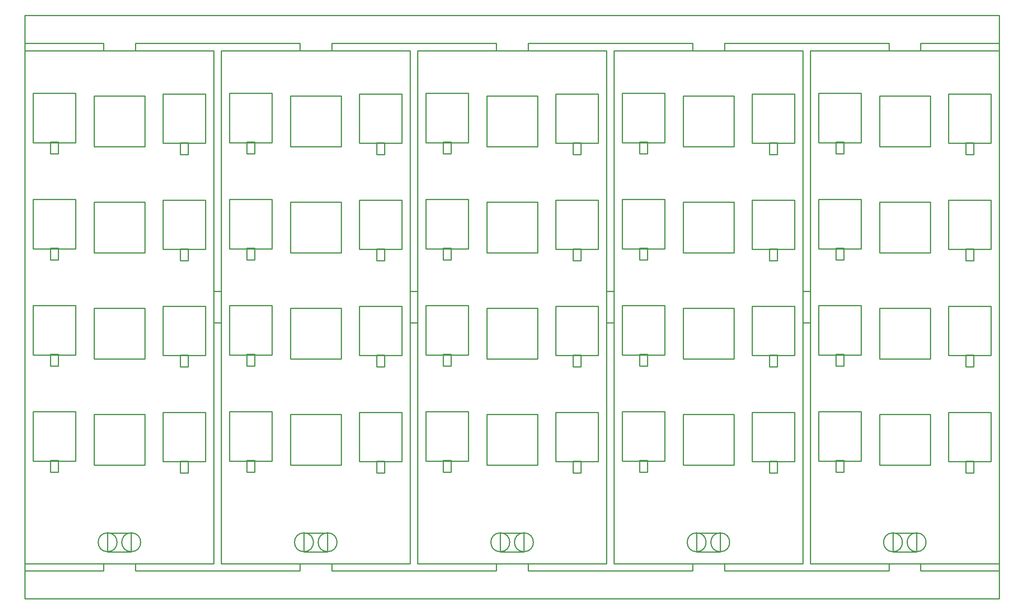
<source format=gko>
G04 Layer: BoardOutlineLayer*
G04 EasyEDA v6.5.29, 2023-07-19 21:52:00*
G04 a52da41988e34a0299b0951248bc5a60,5a6b42c53f6a479593ecc07194224c93,10*
G04 Gerber Generator version 0.2*
G04 Scale: 100 percent, Rotated: No, Reflected: No *
G04 Dimensions in millimeters *
G04 leading zeros omitted , absolute positions ,4 integer and 5 decimal *
%FSLAX45Y45*%
%MOMM*%

%ADD10C,0.2540*%
D10*
X0Y11938000D02*
G01*
X4064000Y11938000D01*
X4064000Y889000D01*
X0Y889000D01*
X0Y11938000D01*
G75*
G01*
X2286000Y1143000D02*
G02*
X2286000Y1549400I0J203200D01*
G75*
G01*
X2286000Y1549400D02*
G02*
X2286000Y1143000I0J-203200D01*
X2286000Y1143000D02*
G01*
X2286000Y1143000D01*
X1778000Y1143000D02*
G01*
X2286000Y1143000D01*
X2286000Y1143000D02*
G01*
X2286000Y1549400D01*
X2286000Y1549400D02*
G01*
X1778000Y1549400D01*
X1778000Y1549400D02*
G01*
X1778000Y1143000D01*
G75*
G01*
X1778000Y1143000D02*
G02*
X1778000Y1549400I0J203200D01*
G75*
G01*
X1778000Y1549400D02*
G02*
X1778000Y1143000I0J-203200D01*
X1778000Y1143000D02*
G01*
X1778000Y1143000D01*
X1485900Y4102100D02*
G01*
X1485900Y3009900D01*
X1485900Y3009900D02*
G01*
X2578100Y3009900D01*
X2578100Y3009900D02*
G01*
X2578100Y4102100D01*
X2578100Y4102100D02*
G01*
X1485900Y4102100D01*
X1485900Y8674100D02*
G01*
X1485900Y7581900D01*
X1485900Y7581900D02*
G01*
X2578100Y7581900D01*
X2578100Y7581900D02*
G01*
X2578100Y8674100D01*
X2578100Y8674100D02*
G01*
X1485900Y8674100D01*
X1485900Y6388100D02*
G01*
X1485900Y5295900D01*
X1485900Y5295900D02*
G01*
X2578100Y5295900D01*
X2578100Y5295900D02*
G01*
X2578100Y6388100D01*
X2578100Y6388100D02*
G01*
X1485900Y6388100D01*
X1485900Y10960100D02*
G01*
X1485900Y9867900D01*
X1485900Y9867900D02*
G01*
X2578100Y9867900D01*
X2578100Y9867900D02*
G01*
X2578100Y10960100D01*
X2578100Y10960100D02*
G01*
X1485900Y10960100D01*
X3340100Y9956800D02*
G01*
X3340100Y9702800D01*
X3340100Y9702800D02*
G01*
X3511550Y9702800D01*
X3511550Y9702800D02*
G01*
X3511550Y9956800D01*
X3511550Y9956800D02*
G01*
X3340100Y9956800D01*
X2971800Y11004550D02*
G01*
X2971800Y9944100D01*
X2971800Y9944100D02*
G01*
X3886200Y9944100D01*
X3886200Y9944100D02*
G01*
X3886200Y11004550D01*
X3886200Y11004550D02*
G01*
X2971800Y11004550D01*
X177800Y11017250D02*
G01*
X177800Y9956800D01*
X177800Y9956800D02*
G01*
X1092200Y9956800D01*
X1092200Y9956800D02*
G01*
X1092200Y11017250D01*
X1092200Y11017250D02*
G01*
X177800Y11017250D01*
X546100Y9969500D02*
G01*
X546100Y9715500D01*
X546100Y9715500D02*
G01*
X717550Y9715500D01*
X717550Y9715500D02*
G01*
X717550Y9969500D01*
X717550Y9969500D02*
G01*
X546100Y9969500D01*
X2971800Y8718550D02*
G01*
X2971800Y7658100D01*
X2971800Y7658100D02*
G01*
X3886200Y7658100D01*
X3886200Y7658100D02*
G01*
X3886200Y8718550D01*
X3886200Y8718550D02*
G01*
X2971800Y8718550D01*
X3340100Y7670800D02*
G01*
X3340100Y7416800D01*
X3340100Y7416800D02*
G01*
X3511550Y7416800D01*
X3511550Y7416800D02*
G01*
X3511550Y7670800D01*
X3511550Y7670800D02*
G01*
X3340100Y7670800D01*
X177800Y8731250D02*
G01*
X177800Y7670800D01*
X177800Y7670800D02*
G01*
X1092200Y7670800D01*
X1092200Y7670800D02*
G01*
X1092200Y8731250D01*
X1092200Y8731250D02*
G01*
X177800Y8731250D01*
X546100Y7683500D02*
G01*
X546100Y7429500D01*
X546100Y7429500D02*
G01*
X717550Y7429500D01*
X717550Y7429500D02*
G01*
X717550Y7683500D01*
X717550Y7683500D02*
G01*
X546100Y7683500D01*
X177800Y6445250D02*
G01*
X177800Y5384800D01*
X177800Y5384800D02*
G01*
X1092200Y5384800D01*
X1092200Y5384800D02*
G01*
X1092200Y6445250D01*
X1092200Y6445250D02*
G01*
X177800Y6445250D01*
X546100Y5397500D02*
G01*
X546100Y5143500D01*
X546100Y5143500D02*
G01*
X717550Y5143500D01*
X717550Y5143500D02*
G01*
X717550Y5397500D01*
X717550Y5397500D02*
G01*
X546100Y5397500D01*
X2971800Y6432550D02*
G01*
X2971800Y5372100D01*
X2971800Y5372100D02*
G01*
X3886200Y5372100D01*
X3886200Y5372100D02*
G01*
X3886200Y6432550D01*
X3886200Y6432550D02*
G01*
X2971800Y6432550D01*
X3340100Y5384800D02*
G01*
X3340100Y5130800D01*
X3340100Y5130800D02*
G01*
X3511550Y5130800D01*
X3511550Y5130800D02*
G01*
X3511550Y5384800D01*
X3511550Y5384800D02*
G01*
X3340100Y5384800D01*
X177800Y4159250D02*
G01*
X177800Y3098800D01*
X177800Y3098800D02*
G01*
X1092200Y3098800D01*
X1092200Y3098800D02*
G01*
X1092200Y4159250D01*
X1092200Y4159250D02*
G01*
X177800Y4159250D01*
X546100Y3111500D02*
G01*
X546100Y2857500D01*
X546100Y2857500D02*
G01*
X717550Y2857500D01*
X717550Y2857500D02*
G01*
X717550Y3111500D01*
X717550Y3111500D02*
G01*
X546100Y3111500D01*
X2971800Y4146550D02*
G01*
X2971800Y3086100D01*
X2971800Y3086100D02*
G01*
X3886200Y3086100D01*
X3886200Y3086100D02*
G01*
X3886200Y4146550D01*
X3886200Y4146550D02*
G01*
X2971800Y4146550D01*
X3340100Y3098800D02*
G01*
X3340100Y2844800D01*
X3340100Y2844800D02*
G01*
X3511550Y2844800D01*
X3511550Y2844800D02*
G01*
X3511550Y3098800D01*
X3511550Y3098800D02*
G01*
X3340100Y3098800D01*
X4223999Y11938000D02*
G01*
X8287999Y11938000D01*
X8287999Y889000D01*
X4223999Y889000D01*
X4223999Y11938000D01*
G75*
G01*
X6510000Y1143000D02*
G02*
X6510000Y1549400I0J203200D01*
G75*
G01*
X6510000Y1549400D02*
G02*
X6510000Y1143000I0J-203200D01*
X6509999Y1143000D02*
G01*
X6509999Y1143000D01*
X6001999Y1143000D02*
G01*
X6509999Y1143000D01*
X6509999Y1143000D02*
G01*
X6509999Y1549400D01*
X6509999Y1549400D02*
G01*
X6001999Y1549400D01*
X6001999Y1549400D02*
G01*
X6001999Y1143000D01*
G75*
G01*
X6002000Y1143000D02*
G02*
X6002000Y1549400I0J203200D01*
G75*
G01*
X6002000Y1549400D02*
G02*
X6002000Y1143000I0J-203200D01*
X6001999Y1143000D02*
G01*
X6001999Y1143000D01*
X5709899Y4102100D02*
G01*
X5709899Y3009900D01*
X5709899Y3009900D02*
G01*
X6802099Y3009900D01*
X6802099Y3009900D02*
G01*
X6802099Y4102100D01*
X6802099Y4102100D02*
G01*
X5709899Y4102100D01*
X5709899Y8674100D02*
G01*
X5709899Y7581900D01*
X5709899Y7581900D02*
G01*
X6802099Y7581900D01*
X6802099Y7581900D02*
G01*
X6802099Y8674100D01*
X6802099Y8674100D02*
G01*
X5709899Y8674100D01*
X5709899Y6388100D02*
G01*
X5709899Y5295900D01*
X5709899Y5295900D02*
G01*
X6802099Y5295900D01*
X6802099Y5295900D02*
G01*
X6802099Y6388100D01*
X6802099Y6388100D02*
G01*
X5709899Y6388100D01*
X5709899Y10960100D02*
G01*
X5709899Y9867900D01*
X5709899Y9867900D02*
G01*
X6802099Y9867900D01*
X6802099Y9867900D02*
G01*
X6802099Y10960100D01*
X6802099Y10960100D02*
G01*
X5709899Y10960100D01*
X7564099Y9956800D02*
G01*
X7564099Y9702800D01*
X7564099Y9702800D02*
G01*
X7735549Y9702800D01*
X7735549Y9702800D02*
G01*
X7735549Y9956800D01*
X7735549Y9956800D02*
G01*
X7564099Y9956800D01*
X7195799Y11004550D02*
G01*
X7195799Y9944100D01*
X7195799Y9944100D02*
G01*
X8110199Y9944100D01*
X8110199Y9944100D02*
G01*
X8110199Y11004550D01*
X8110199Y11004550D02*
G01*
X7195799Y11004550D01*
X4401799Y11017250D02*
G01*
X4401799Y9956800D01*
X4401799Y9956800D02*
G01*
X5316199Y9956800D01*
X5316199Y9956800D02*
G01*
X5316199Y11017250D01*
X5316199Y11017250D02*
G01*
X4401799Y11017250D01*
X4770099Y9969500D02*
G01*
X4770099Y9715500D01*
X4770099Y9715500D02*
G01*
X4941549Y9715500D01*
X4941549Y9715500D02*
G01*
X4941549Y9969500D01*
X4941549Y9969500D02*
G01*
X4770099Y9969500D01*
X7195799Y8718550D02*
G01*
X7195799Y7658100D01*
X7195799Y7658100D02*
G01*
X8110199Y7658100D01*
X8110199Y7658100D02*
G01*
X8110199Y8718550D01*
X8110199Y8718550D02*
G01*
X7195799Y8718550D01*
X7564099Y7670800D02*
G01*
X7564099Y7416800D01*
X7564099Y7416800D02*
G01*
X7735549Y7416800D01*
X7735549Y7416800D02*
G01*
X7735549Y7670800D01*
X7735549Y7670800D02*
G01*
X7564099Y7670800D01*
X4401799Y8731250D02*
G01*
X4401799Y7670800D01*
X4401799Y7670800D02*
G01*
X5316199Y7670800D01*
X5316199Y7670800D02*
G01*
X5316199Y8731250D01*
X5316199Y8731250D02*
G01*
X4401799Y8731250D01*
X4770099Y7683500D02*
G01*
X4770099Y7429500D01*
X4770099Y7429500D02*
G01*
X4941549Y7429500D01*
X4941549Y7429500D02*
G01*
X4941549Y7683500D01*
X4941549Y7683500D02*
G01*
X4770099Y7683500D01*
X4401799Y6445250D02*
G01*
X4401799Y5384800D01*
X4401799Y5384800D02*
G01*
X5316199Y5384800D01*
X5316199Y5384800D02*
G01*
X5316199Y6445250D01*
X5316199Y6445250D02*
G01*
X4401799Y6445250D01*
X4770099Y5397500D02*
G01*
X4770099Y5143500D01*
X4770099Y5143500D02*
G01*
X4941549Y5143500D01*
X4941549Y5143500D02*
G01*
X4941549Y5397500D01*
X4941549Y5397500D02*
G01*
X4770099Y5397500D01*
X7195799Y6432550D02*
G01*
X7195799Y5372100D01*
X7195799Y5372100D02*
G01*
X8110199Y5372100D01*
X8110199Y5372100D02*
G01*
X8110199Y6432550D01*
X8110199Y6432550D02*
G01*
X7195799Y6432550D01*
X7564099Y5384800D02*
G01*
X7564099Y5130800D01*
X7564099Y5130800D02*
G01*
X7735549Y5130800D01*
X7735549Y5130800D02*
G01*
X7735549Y5384800D01*
X7735549Y5384800D02*
G01*
X7564099Y5384800D01*
X4401799Y4159250D02*
G01*
X4401799Y3098800D01*
X4401799Y3098800D02*
G01*
X5316199Y3098800D01*
X5316199Y3098800D02*
G01*
X5316199Y4159250D01*
X5316199Y4159250D02*
G01*
X4401799Y4159250D01*
X4770099Y3111500D02*
G01*
X4770099Y2857500D01*
X4770099Y2857500D02*
G01*
X4941549Y2857500D01*
X4941549Y2857500D02*
G01*
X4941549Y3111500D01*
X4941549Y3111500D02*
G01*
X4770099Y3111500D01*
X7195799Y4146550D02*
G01*
X7195799Y3086100D01*
X7195799Y3086100D02*
G01*
X8110199Y3086100D01*
X8110199Y3086100D02*
G01*
X8110199Y4146550D01*
X8110199Y4146550D02*
G01*
X7195799Y4146550D01*
X7564099Y3098800D02*
G01*
X7564099Y2844800D01*
X7564099Y2844800D02*
G01*
X7735549Y2844800D01*
X7735549Y2844800D02*
G01*
X7735549Y3098800D01*
X7735549Y3098800D02*
G01*
X7564099Y3098800D01*
X8447999Y11938000D02*
G01*
X12511999Y11938000D01*
X12511999Y889000D01*
X8447999Y889000D01*
X8447999Y11938000D01*
G75*
G01*
X10733999Y1143000D02*
G02*
X10733999Y1549400I0J203200D01*
G75*
G01*
X10733999Y1549400D02*
G02*
X10733999Y1143000I0J-203200D01*
X10733999Y1143000D02*
G01*
X10733999Y1143000D01*
X10225999Y1143000D02*
G01*
X10733999Y1143000D01*
X10733999Y1143000D02*
G01*
X10733999Y1549400D01*
X10733999Y1549400D02*
G01*
X10225999Y1549400D01*
X10225999Y1549400D02*
G01*
X10225999Y1143000D01*
G75*
G01*
X10225999Y1143000D02*
G02*
X10225999Y1549400I0J203200D01*
G75*
G01*
X10225999Y1549400D02*
G02*
X10225999Y1143000I0J-203200D01*
X10225999Y1143000D02*
G01*
X10225999Y1143000D01*
X9933899Y4102100D02*
G01*
X9933899Y3009900D01*
X9933899Y3009900D02*
G01*
X11026099Y3009900D01*
X11026099Y3009900D02*
G01*
X11026099Y4102100D01*
X11026099Y4102100D02*
G01*
X9933899Y4102100D01*
X9933899Y8674100D02*
G01*
X9933899Y7581900D01*
X9933899Y7581900D02*
G01*
X11026099Y7581900D01*
X11026099Y7581900D02*
G01*
X11026099Y8674100D01*
X11026099Y8674100D02*
G01*
X9933899Y8674100D01*
X9933899Y6388100D02*
G01*
X9933899Y5295900D01*
X9933899Y5295900D02*
G01*
X11026099Y5295900D01*
X11026099Y5295900D02*
G01*
X11026099Y6388100D01*
X11026099Y6388100D02*
G01*
X9933899Y6388100D01*
X9933899Y10960100D02*
G01*
X9933899Y9867900D01*
X9933899Y9867900D02*
G01*
X11026099Y9867900D01*
X11026099Y9867900D02*
G01*
X11026099Y10960100D01*
X11026099Y10960100D02*
G01*
X9933899Y10960100D01*
X11788099Y9956800D02*
G01*
X11788099Y9702800D01*
X11788099Y9702800D02*
G01*
X11959549Y9702800D01*
X11959549Y9702800D02*
G01*
X11959549Y9956800D01*
X11959549Y9956800D02*
G01*
X11788099Y9956800D01*
X11419799Y11004550D02*
G01*
X11419799Y9944100D01*
X11419799Y9944100D02*
G01*
X12334199Y9944100D01*
X12334199Y9944100D02*
G01*
X12334199Y11004550D01*
X12334199Y11004550D02*
G01*
X11419799Y11004550D01*
X8625799Y11017250D02*
G01*
X8625799Y9956800D01*
X8625799Y9956800D02*
G01*
X9540199Y9956800D01*
X9540199Y9956800D02*
G01*
X9540199Y11017250D01*
X9540199Y11017250D02*
G01*
X8625799Y11017250D01*
X8994099Y9969500D02*
G01*
X8994099Y9715500D01*
X8994099Y9715500D02*
G01*
X9165549Y9715500D01*
X9165549Y9715500D02*
G01*
X9165549Y9969500D01*
X9165549Y9969500D02*
G01*
X8994099Y9969500D01*
X11419799Y8718550D02*
G01*
X11419799Y7658100D01*
X11419799Y7658100D02*
G01*
X12334199Y7658100D01*
X12334199Y7658100D02*
G01*
X12334199Y8718550D01*
X12334199Y8718550D02*
G01*
X11419799Y8718550D01*
X11788099Y7670800D02*
G01*
X11788099Y7416800D01*
X11788099Y7416800D02*
G01*
X11959549Y7416800D01*
X11959549Y7416800D02*
G01*
X11959549Y7670800D01*
X11959549Y7670800D02*
G01*
X11788099Y7670800D01*
X8625799Y8731250D02*
G01*
X8625799Y7670800D01*
X8625799Y7670800D02*
G01*
X9540199Y7670800D01*
X9540199Y7670800D02*
G01*
X9540199Y8731250D01*
X9540199Y8731250D02*
G01*
X8625799Y8731250D01*
X8994099Y7683500D02*
G01*
X8994099Y7429500D01*
X8994099Y7429500D02*
G01*
X9165549Y7429500D01*
X9165549Y7429500D02*
G01*
X9165549Y7683500D01*
X9165549Y7683500D02*
G01*
X8994099Y7683500D01*
X8625799Y6445250D02*
G01*
X8625799Y5384800D01*
X8625799Y5384800D02*
G01*
X9540199Y5384800D01*
X9540199Y5384800D02*
G01*
X9540199Y6445250D01*
X9540199Y6445250D02*
G01*
X8625799Y6445250D01*
X8994099Y5397500D02*
G01*
X8994099Y5143500D01*
X8994099Y5143500D02*
G01*
X9165549Y5143500D01*
X9165549Y5143500D02*
G01*
X9165549Y5397500D01*
X9165549Y5397500D02*
G01*
X8994099Y5397500D01*
X11419799Y6432550D02*
G01*
X11419799Y5372100D01*
X11419799Y5372100D02*
G01*
X12334199Y5372100D01*
X12334199Y5372100D02*
G01*
X12334199Y6432550D01*
X12334199Y6432550D02*
G01*
X11419799Y6432550D01*
X11788099Y5384800D02*
G01*
X11788099Y5130800D01*
X11788099Y5130800D02*
G01*
X11959549Y5130800D01*
X11959549Y5130800D02*
G01*
X11959549Y5384800D01*
X11959549Y5384800D02*
G01*
X11788099Y5384800D01*
X8625799Y4159250D02*
G01*
X8625799Y3098800D01*
X8625799Y3098800D02*
G01*
X9540199Y3098800D01*
X9540199Y3098800D02*
G01*
X9540199Y4159250D01*
X9540199Y4159250D02*
G01*
X8625799Y4159250D01*
X8994099Y3111500D02*
G01*
X8994099Y2857500D01*
X8994099Y2857500D02*
G01*
X9165549Y2857500D01*
X9165549Y2857500D02*
G01*
X9165549Y3111500D01*
X9165549Y3111500D02*
G01*
X8994099Y3111500D01*
X11419799Y4146550D02*
G01*
X11419799Y3086100D01*
X11419799Y3086100D02*
G01*
X12334199Y3086100D01*
X12334199Y3086100D02*
G01*
X12334199Y4146550D01*
X12334199Y4146550D02*
G01*
X11419799Y4146550D01*
X11788099Y3098800D02*
G01*
X11788099Y2844800D01*
X11788099Y2844800D02*
G01*
X11959549Y2844800D01*
X11959549Y2844800D02*
G01*
X11959549Y3098800D01*
X11959549Y3098800D02*
G01*
X11788099Y3098800D01*
X12671999Y11938000D02*
G01*
X16735999Y11938000D01*
X16735999Y889000D01*
X12671999Y889000D01*
X12671999Y11938000D01*
G75*
G01*
X14957999Y1143000D02*
G02*
X14957999Y1549400I0J203200D01*
G75*
G01*
X14957999Y1549400D02*
G02*
X14957999Y1143000I0J-203200D01*
X14957999Y1143000D02*
G01*
X14957999Y1143000D01*
X14449999Y1143000D02*
G01*
X14957999Y1143000D01*
X14957999Y1143000D02*
G01*
X14957999Y1549400D01*
X14957999Y1549400D02*
G01*
X14449999Y1549400D01*
X14449999Y1549400D02*
G01*
X14449999Y1143000D01*
G75*
G01*
X14449999Y1143000D02*
G02*
X14449999Y1549400I0J203200D01*
G75*
G01*
X14449999Y1549400D02*
G02*
X14449999Y1143000I0J-203200D01*
X14449999Y1143000D02*
G01*
X14449999Y1143000D01*
X14157899Y4102100D02*
G01*
X14157899Y3009900D01*
X14157899Y3009900D02*
G01*
X15250099Y3009900D01*
X15250099Y3009900D02*
G01*
X15250099Y4102100D01*
X15250099Y4102100D02*
G01*
X14157899Y4102100D01*
X14157899Y8674100D02*
G01*
X14157899Y7581900D01*
X14157899Y7581900D02*
G01*
X15250099Y7581900D01*
X15250099Y7581900D02*
G01*
X15250099Y8674100D01*
X15250099Y8674100D02*
G01*
X14157899Y8674100D01*
X14157899Y6388100D02*
G01*
X14157899Y5295900D01*
X14157899Y5295900D02*
G01*
X15250099Y5295900D01*
X15250099Y5295900D02*
G01*
X15250099Y6388100D01*
X15250099Y6388100D02*
G01*
X14157899Y6388100D01*
X14157899Y10960100D02*
G01*
X14157899Y9867900D01*
X14157899Y9867900D02*
G01*
X15250099Y9867900D01*
X15250099Y9867900D02*
G01*
X15250099Y10960100D01*
X15250099Y10960100D02*
G01*
X14157899Y10960100D01*
X16012099Y9956800D02*
G01*
X16012099Y9702800D01*
X16012099Y9702800D02*
G01*
X16183549Y9702800D01*
X16183549Y9702800D02*
G01*
X16183549Y9956800D01*
X16183549Y9956800D02*
G01*
X16012099Y9956800D01*
X15643799Y11004550D02*
G01*
X15643799Y9944100D01*
X15643799Y9944100D02*
G01*
X16558199Y9944100D01*
X16558199Y9944100D02*
G01*
X16558199Y11004550D01*
X16558199Y11004550D02*
G01*
X15643799Y11004550D01*
X12849799Y11017250D02*
G01*
X12849799Y9956800D01*
X12849799Y9956800D02*
G01*
X13764199Y9956800D01*
X13764199Y9956800D02*
G01*
X13764199Y11017250D01*
X13764199Y11017250D02*
G01*
X12849799Y11017250D01*
X13218099Y9969500D02*
G01*
X13218099Y9715500D01*
X13218099Y9715500D02*
G01*
X13389549Y9715500D01*
X13389549Y9715500D02*
G01*
X13389549Y9969500D01*
X13389549Y9969500D02*
G01*
X13218099Y9969500D01*
X15643799Y8718550D02*
G01*
X15643799Y7658100D01*
X15643799Y7658100D02*
G01*
X16558199Y7658100D01*
X16558199Y7658100D02*
G01*
X16558199Y8718550D01*
X16558199Y8718550D02*
G01*
X15643799Y8718550D01*
X16012099Y7670800D02*
G01*
X16012099Y7416800D01*
X16012099Y7416800D02*
G01*
X16183549Y7416800D01*
X16183549Y7416800D02*
G01*
X16183549Y7670800D01*
X16183549Y7670800D02*
G01*
X16012099Y7670800D01*
X12849799Y8731250D02*
G01*
X12849799Y7670800D01*
X12849799Y7670800D02*
G01*
X13764199Y7670800D01*
X13764199Y7670800D02*
G01*
X13764199Y8731250D01*
X13764199Y8731250D02*
G01*
X12849799Y8731250D01*
X13218099Y7683500D02*
G01*
X13218099Y7429500D01*
X13218099Y7429500D02*
G01*
X13389549Y7429500D01*
X13389549Y7429500D02*
G01*
X13389549Y7683500D01*
X13389549Y7683500D02*
G01*
X13218099Y7683500D01*
X12849799Y6445250D02*
G01*
X12849799Y5384800D01*
X12849799Y5384800D02*
G01*
X13764199Y5384800D01*
X13764199Y5384800D02*
G01*
X13764199Y6445250D01*
X13764199Y6445250D02*
G01*
X12849799Y6445250D01*
X13218099Y5397500D02*
G01*
X13218099Y5143500D01*
X13218099Y5143500D02*
G01*
X13389549Y5143500D01*
X13389549Y5143500D02*
G01*
X13389549Y5397500D01*
X13389549Y5397500D02*
G01*
X13218099Y5397500D01*
X15643799Y6432550D02*
G01*
X15643799Y5372100D01*
X15643799Y5372100D02*
G01*
X16558199Y5372100D01*
X16558199Y5372100D02*
G01*
X16558199Y6432550D01*
X16558199Y6432550D02*
G01*
X15643799Y6432550D01*
X16012099Y5384800D02*
G01*
X16012099Y5130800D01*
X16012099Y5130800D02*
G01*
X16183549Y5130800D01*
X16183549Y5130800D02*
G01*
X16183549Y5384800D01*
X16183549Y5384800D02*
G01*
X16012099Y5384800D01*
X12849799Y4159250D02*
G01*
X12849799Y3098800D01*
X12849799Y3098800D02*
G01*
X13764199Y3098800D01*
X13764199Y3098800D02*
G01*
X13764199Y4159250D01*
X13764199Y4159250D02*
G01*
X12849799Y4159250D01*
X13218099Y3111500D02*
G01*
X13218099Y2857500D01*
X13218099Y2857500D02*
G01*
X13389549Y2857500D01*
X13389549Y2857500D02*
G01*
X13389549Y3111500D01*
X13389549Y3111500D02*
G01*
X13218099Y3111500D01*
X15643799Y4146550D02*
G01*
X15643799Y3086100D01*
X15643799Y3086100D02*
G01*
X16558199Y3086100D01*
X16558199Y3086100D02*
G01*
X16558199Y4146550D01*
X16558199Y4146550D02*
G01*
X15643799Y4146550D01*
X16012099Y3098800D02*
G01*
X16012099Y2844800D01*
X16012099Y2844800D02*
G01*
X16183549Y2844800D01*
X16183549Y2844800D02*
G01*
X16183549Y3098800D01*
X16183549Y3098800D02*
G01*
X16012099Y3098800D01*
X16895998Y11938000D02*
G01*
X20959998Y11938000D01*
X20959998Y889000D01*
X16895998Y889000D01*
X16895998Y11938000D01*
G75*
G01*
X19181999Y1143000D02*
G02*
X19181999Y1549400I0J203200D01*
G75*
G01*
X19181999Y1549400D02*
G02*
X19181999Y1143000I0J-203200D01*
X19181998Y1143000D02*
G01*
X19181998Y1143000D01*
X18673998Y1143000D02*
G01*
X19181998Y1143000D01*
X19181998Y1143000D02*
G01*
X19181998Y1549400D01*
X19181998Y1549400D02*
G01*
X18673998Y1549400D01*
X18673998Y1549400D02*
G01*
X18673998Y1143000D01*
G75*
G01*
X18673999Y1143000D02*
G02*
X18673999Y1549400I0J203200D01*
G75*
G01*
X18673999Y1549400D02*
G02*
X18673999Y1143000I0J-203200D01*
X18673998Y1143000D02*
G01*
X18673998Y1143000D01*
X18381898Y4102100D02*
G01*
X18381898Y3009900D01*
X18381898Y3009900D02*
G01*
X19474098Y3009900D01*
X19474098Y3009900D02*
G01*
X19474098Y4102100D01*
X19474098Y4102100D02*
G01*
X18381898Y4102100D01*
X18381898Y8674100D02*
G01*
X18381898Y7581900D01*
X18381898Y7581900D02*
G01*
X19474098Y7581900D01*
X19474098Y7581900D02*
G01*
X19474098Y8674100D01*
X19474098Y8674100D02*
G01*
X18381898Y8674100D01*
X18381898Y6388100D02*
G01*
X18381898Y5295900D01*
X18381898Y5295900D02*
G01*
X19474098Y5295900D01*
X19474098Y5295900D02*
G01*
X19474098Y6388100D01*
X19474098Y6388100D02*
G01*
X18381898Y6388100D01*
X18381898Y10960100D02*
G01*
X18381898Y9867900D01*
X18381898Y9867900D02*
G01*
X19474098Y9867900D01*
X19474098Y9867900D02*
G01*
X19474098Y10960100D01*
X19474098Y10960100D02*
G01*
X18381898Y10960100D01*
X20236098Y9956800D02*
G01*
X20236098Y9702800D01*
X20236098Y9702800D02*
G01*
X20407548Y9702800D01*
X20407548Y9702800D02*
G01*
X20407548Y9956800D01*
X20407548Y9956800D02*
G01*
X20236098Y9956800D01*
X19867798Y11004550D02*
G01*
X19867798Y9944100D01*
X19867798Y9944100D02*
G01*
X20782198Y9944100D01*
X20782198Y9944100D02*
G01*
X20782198Y11004550D01*
X20782198Y11004550D02*
G01*
X19867798Y11004550D01*
X17073798Y11017250D02*
G01*
X17073798Y9956800D01*
X17073798Y9956800D02*
G01*
X17988198Y9956800D01*
X17988198Y9956800D02*
G01*
X17988198Y11017250D01*
X17988198Y11017250D02*
G01*
X17073798Y11017250D01*
X17442098Y9969500D02*
G01*
X17442098Y9715500D01*
X17442098Y9715500D02*
G01*
X17613548Y9715500D01*
X17613548Y9715500D02*
G01*
X17613548Y9969500D01*
X17613548Y9969500D02*
G01*
X17442098Y9969500D01*
X19867798Y8718550D02*
G01*
X19867798Y7658100D01*
X19867798Y7658100D02*
G01*
X20782198Y7658100D01*
X20782198Y7658100D02*
G01*
X20782198Y8718550D01*
X20782198Y8718550D02*
G01*
X19867798Y8718550D01*
X20236098Y7670800D02*
G01*
X20236098Y7416800D01*
X20236098Y7416800D02*
G01*
X20407548Y7416800D01*
X20407548Y7416800D02*
G01*
X20407548Y7670800D01*
X20407548Y7670800D02*
G01*
X20236098Y7670800D01*
X17073798Y8731250D02*
G01*
X17073798Y7670800D01*
X17073798Y7670800D02*
G01*
X17988198Y7670800D01*
X17988198Y7670800D02*
G01*
X17988198Y8731250D01*
X17988198Y8731250D02*
G01*
X17073798Y8731250D01*
X17442098Y7683500D02*
G01*
X17442098Y7429500D01*
X17442098Y7429500D02*
G01*
X17613548Y7429500D01*
X17613548Y7429500D02*
G01*
X17613548Y7683500D01*
X17613548Y7683500D02*
G01*
X17442098Y7683500D01*
X17073798Y6445250D02*
G01*
X17073798Y5384800D01*
X17073798Y5384800D02*
G01*
X17988198Y5384800D01*
X17988198Y5384800D02*
G01*
X17988198Y6445250D01*
X17988198Y6445250D02*
G01*
X17073798Y6445250D01*
X17442098Y5397500D02*
G01*
X17442098Y5143500D01*
X17442098Y5143500D02*
G01*
X17613548Y5143500D01*
X17613548Y5143500D02*
G01*
X17613548Y5397500D01*
X17613548Y5397500D02*
G01*
X17442098Y5397500D01*
X19867798Y6432550D02*
G01*
X19867798Y5372100D01*
X19867798Y5372100D02*
G01*
X20782198Y5372100D01*
X20782198Y5372100D02*
G01*
X20782198Y6432550D01*
X20782198Y6432550D02*
G01*
X19867798Y6432550D01*
X20236098Y5384800D02*
G01*
X20236098Y5130800D01*
X20236098Y5130800D02*
G01*
X20407548Y5130800D01*
X20407548Y5130800D02*
G01*
X20407548Y5384800D01*
X20407548Y5384800D02*
G01*
X20236098Y5384800D01*
X17073798Y4159250D02*
G01*
X17073798Y3098800D01*
X17073798Y3098800D02*
G01*
X17988198Y3098800D01*
X17988198Y3098800D02*
G01*
X17988198Y4159250D01*
X17988198Y4159250D02*
G01*
X17073798Y4159250D01*
X17442098Y3111500D02*
G01*
X17442098Y2857500D01*
X17442098Y2857500D02*
G01*
X17613548Y2857500D01*
X17613548Y2857500D02*
G01*
X17613548Y3111500D01*
X17613548Y3111500D02*
G01*
X17442098Y3111500D01*
X19867798Y4146550D02*
G01*
X19867798Y3086100D01*
X19867798Y3086100D02*
G01*
X20782198Y3086100D01*
X20782198Y3086100D02*
G01*
X20782198Y4146550D01*
X20782198Y4146550D02*
G01*
X19867798Y4146550D01*
X20236098Y3098800D02*
G01*
X20236098Y2844800D01*
X20236098Y2844800D02*
G01*
X20407548Y2844800D01*
X20407548Y2844800D02*
G01*
X20407548Y3098800D01*
X20407548Y3098800D02*
G01*
X20236098Y3098800D01*
X0Y12697998D02*
G01*
X20959998Y12697998D01*
X20959998Y129001D01*
X0Y129001D01*
X0Y12697998D01*
X1689996Y12097999D02*
G01*
X0Y12097999D01*
X1689996Y729000D02*
G01*
X0Y729000D01*
X5913996Y12097999D02*
G01*
X2374005Y12097999D01*
X5913996Y729000D02*
G01*
X2374005Y729000D01*
X10137995Y12097999D02*
G01*
X6598005Y12097999D01*
X10137995Y729000D02*
G01*
X6598005Y729000D01*
X14361995Y12097999D02*
G01*
X10822005Y12097999D01*
X14361995Y729000D02*
G01*
X10822005Y729000D01*
X18585995Y12097999D02*
G01*
X15046004Y12097999D01*
X18585995Y729000D02*
G01*
X15046004Y729000D01*
X20959998Y12097999D02*
G01*
X19270004Y12097999D01*
X20959998Y729000D02*
G01*
X19270004Y729000D01*
X4214832Y6755503D02*
G01*
X4073166Y6755503D01*
X4214832Y6071494D02*
G01*
X4073166Y6071494D01*
X8438832Y6755503D02*
G01*
X8297166Y6755503D01*
X8438832Y6071494D02*
G01*
X8297166Y6071494D01*
X12662832Y6755503D02*
G01*
X12521166Y6755503D01*
X12662832Y6071494D02*
G01*
X12521166Y6071494D01*
X16886831Y6755503D02*
G01*
X16745165Y6755503D01*
X16886831Y6071494D02*
G01*
X16745165Y6071494D01*
X1689996Y11947166D02*
G01*
X1689996Y12097999D01*
X1689996Y729000D02*
G01*
X1689996Y879833D01*
X2374005Y11947166D02*
G01*
X2374005Y12097999D01*
X2374005Y729000D02*
G01*
X2374005Y879833D01*
X5913996Y11947166D02*
G01*
X5913996Y12097999D01*
X5913996Y729000D02*
G01*
X5913996Y879833D01*
X6598005Y11947166D02*
G01*
X6598005Y12097999D01*
X6598005Y729000D02*
G01*
X6598005Y879833D01*
X10137995Y11947166D02*
G01*
X10137995Y12097999D01*
X10137995Y729000D02*
G01*
X10137995Y879833D01*
X10822005Y11947166D02*
G01*
X10822005Y12097999D01*
X10822005Y729000D02*
G01*
X10822005Y879833D01*
X14361995Y11947166D02*
G01*
X14361995Y12097999D01*
X14361995Y729000D02*
G01*
X14361995Y879833D01*
X15046004Y11947166D02*
G01*
X15046004Y12097999D01*
X15046004Y729000D02*
G01*
X15046004Y879833D01*
X18585995Y11947166D02*
G01*
X18585995Y12097999D01*
X18585995Y729000D02*
G01*
X18585995Y879833D01*
X19270004Y11947166D02*
G01*
X19270004Y12097999D01*
X19270004Y729000D02*
G01*
X19270004Y879833D01*

%LPD*%
M02*

</source>
